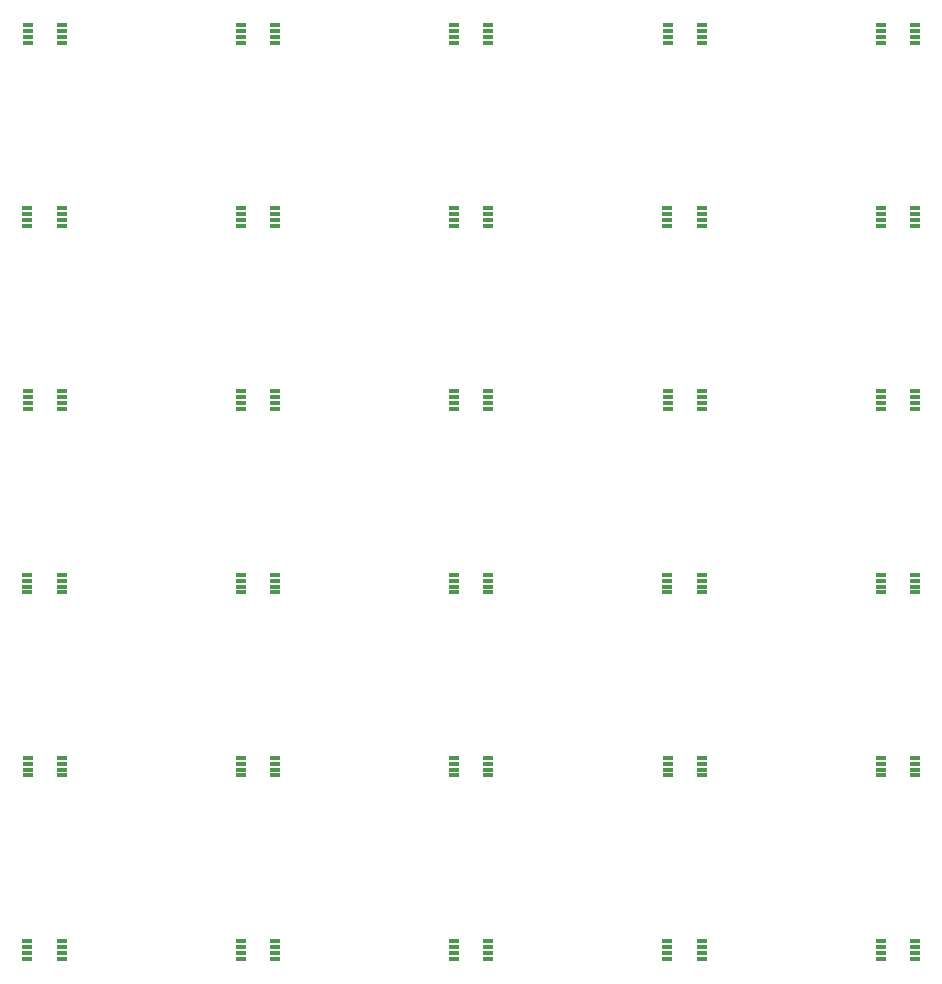
<source format=gtp>
G04 #@! TF.GenerationSoftware,KiCad,Pcbnew,(5.1.10-1-10_14)*
G04 #@! TF.CreationDate,2021-06-11T14:29:54-07:00*
G04 #@! TF.ProjectId,master4.2Vregulator,6d617374-6572-4342-9e32-56726567756c,rev?*
G04 #@! TF.SameCoordinates,Original*
G04 #@! TF.FileFunction,Paste,Top*
G04 #@! TF.FilePolarity,Positive*
%FSLAX46Y46*%
G04 Gerber Fmt 4.6, Leading zero omitted, Abs format (unit mm)*
G04 Created by KiCad (PCBNEW (5.1.10-1-10_14)) date 2021-06-11 14:29:54*
%MOMM*%
%LPD*%
G01*
G04 APERTURE LIST*
%ADD10R,0.850000X0.300000*%
G04 APERTURE END LIST*
D10*
X184710000Y-137790000D03*
X184710000Y-138290000D03*
X184710000Y-138790000D03*
X184710000Y-139290000D03*
X187610000Y-139290000D03*
X187610000Y-138790000D03*
X187610000Y-138290000D03*
X187610000Y-137790000D03*
X166650000Y-137790000D03*
X166650000Y-138290000D03*
X166650000Y-138790000D03*
X166650000Y-139290000D03*
X169550000Y-139290000D03*
X169550000Y-138790000D03*
X169550000Y-138290000D03*
X169550000Y-137790000D03*
X148590000Y-137790000D03*
X148590000Y-138290000D03*
X148590000Y-138790000D03*
X148590000Y-139290000D03*
X151490000Y-139290000D03*
X151490000Y-138790000D03*
X151490000Y-138290000D03*
X151490000Y-137790000D03*
X130530000Y-137790000D03*
X130530000Y-138290000D03*
X130530000Y-138790000D03*
X130530000Y-139290000D03*
X133430000Y-139290000D03*
X133430000Y-138790000D03*
X133430000Y-138290000D03*
X133430000Y-137790000D03*
X112470000Y-137790000D03*
X112470000Y-138290000D03*
X112470000Y-138790000D03*
X112470000Y-139290000D03*
X115370000Y-139290000D03*
X115370000Y-138790000D03*
X115370000Y-138290000D03*
X115370000Y-137790000D03*
X184710000Y-106770000D03*
X184710000Y-107270000D03*
X184710000Y-107770000D03*
X184710000Y-108270000D03*
X187610000Y-108270000D03*
X187610000Y-107770000D03*
X187610000Y-107270000D03*
X187610000Y-106770000D03*
X166650000Y-106770000D03*
X166650000Y-107270000D03*
X166650000Y-107770000D03*
X166650000Y-108270000D03*
X169550000Y-108270000D03*
X169550000Y-107770000D03*
X169550000Y-107270000D03*
X169550000Y-106770000D03*
X148590000Y-106770000D03*
X148590000Y-107270000D03*
X148590000Y-107770000D03*
X148590000Y-108270000D03*
X151490000Y-108270000D03*
X151490000Y-107770000D03*
X151490000Y-107270000D03*
X151490000Y-106770000D03*
X130530000Y-106770000D03*
X130530000Y-107270000D03*
X130530000Y-107770000D03*
X130530000Y-108270000D03*
X133430000Y-108270000D03*
X133430000Y-107770000D03*
X133430000Y-107270000D03*
X133430000Y-106770000D03*
X112470000Y-106770000D03*
X112470000Y-107270000D03*
X112470000Y-107770000D03*
X112470000Y-108270000D03*
X115370000Y-108270000D03*
X115370000Y-107770000D03*
X115370000Y-107270000D03*
X115370000Y-106770000D03*
X184710000Y-75750000D03*
X184710000Y-76250000D03*
X184710000Y-76750000D03*
X184710000Y-77250000D03*
X187610000Y-77250000D03*
X187610000Y-76750000D03*
X187610000Y-76250000D03*
X187610000Y-75750000D03*
X166650000Y-75750000D03*
X166650000Y-76250000D03*
X166650000Y-76750000D03*
X166650000Y-77250000D03*
X169550000Y-77250000D03*
X169550000Y-76750000D03*
X169550000Y-76250000D03*
X169550000Y-75750000D03*
X148590000Y-75750000D03*
X148590000Y-76250000D03*
X148590000Y-76750000D03*
X148590000Y-77250000D03*
X151490000Y-77250000D03*
X151490000Y-76750000D03*
X151490000Y-76250000D03*
X151490000Y-75750000D03*
X130530000Y-75750000D03*
X130530000Y-76250000D03*
X130530000Y-76750000D03*
X130530000Y-77250000D03*
X133430000Y-77250000D03*
X133430000Y-76750000D03*
X133430000Y-76250000D03*
X133430000Y-75750000D03*
X187620000Y-122270000D03*
X187620000Y-122770000D03*
X187620000Y-123270000D03*
X187620000Y-123770000D03*
X184720000Y-123770000D03*
X184720000Y-123270000D03*
X184720000Y-122770000D03*
X184720000Y-122270000D03*
X169560000Y-122270000D03*
X169560000Y-122770000D03*
X169560000Y-123270000D03*
X169560000Y-123770000D03*
X166660000Y-123770000D03*
X166660000Y-123270000D03*
X166660000Y-122770000D03*
X166660000Y-122270000D03*
X151500000Y-122270000D03*
X151500000Y-122770000D03*
X151500000Y-123270000D03*
X151500000Y-123770000D03*
X148600000Y-123770000D03*
X148600000Y-123270000D03*
X148600000Y-122770000D03*
X148600000Y-122270000D03*
X133440000Y-122270000D03*
X133440000Y-122770000D03*
X133440000Y-123270000D03*
X133440000Y-123770000D03*
X130540000Y-123770000D03*
X130540000Y-123270000D03*
X130540000Y-122770000D03*
X130540000Y-122270000D03*
X115380000Y-122270000D03*
X115380000Y-122770000D03*
X115380000Y-123270000D03*
X115380000Y-123770000D03*
X112480000Y-123770000D03*
X112480000Y-123270000D03*
X112480000Y-122770000D03*
X112480000Y-122270000D03*
X187620000Y-91250000D03*
X187620000Y-91750000D03*
X187620000Y-92250000D03*
X187620000Y-92750000D03*
X184720000Y-92750000D03*
X184720000Y-92250000D03*
X184720000Y-91750000D03*
X184720000Y-91250000D03*
X169560000Y-91250000D03*
X169560000Y-91750000D03*
X169560000Y-92250000D03*
X169560000Y-92750000D03*
X166660000Y-92750000D03*
X166660000Y-92250000D03*
X166660000Y-91750000D03*
X166660000Y-91250000D03*
X151500000Y-91250000D03*
X151500000Y-91750000D03*
X151500000Y-92250000D03*
X151500000Y-92750000D03*
X148600000Y-92750000D03*
X148600000Y-92250000D03*
X148600000Y-91750000D03*
X148600000Y-91250000D03*
X133440000Y-91250000D03*
X133440000Y-91750000D03*
X133440000Y-92250000D03*
X133440000Y-92750000D03*
X130540000Y-92750000D03*
X130540000Y-92250000D03*
X130540000Y-91750000D03*
X130540000Y-91250000D03*
X115380000Y-91250000D03*
X115380000Y-91750000D03*
X115380000Y-92250000D03*
X115380000Y-92750000D03*
X112480000Y-92750000D03*
X112480000Y-92250000D03*
X112480000Y-91750000D03*
X112480000Y-91250000D03*
X187620000Y-60230000D03*
X187620000Y-60730000D03*
X187620000Y-61230000D03*
X187620000Y-61730000D03*
X184720000Y-61730000D03*
X184720000Y-61230000D03*
X184720000Y-60730000D03*
X184720000Y-60230000D03*
X169560000Y-60230000D03*
X169560000Y-60730000D03*
X169560000Y-61230000D03*
X169560000Y-61730000D03*
X166660000Y-61730000D03*
X166660000Y-61230000D03*
X166660000Y-60730000D03*
X166660000Y-60230000D03*
X151500000Y-60230000D03*
X151500000Y-60730000D03*
X151500000Y-61230000D03*
X151500000Y-61730000D03*
X148600000Y-61730000D03*
X148600000Y-61230000D03*
X148600000Y-60730000D03*
X148600000Y-60230000D03*
X133440000Y-60230000D03*
X133440000Y-60730000D03*
X133440000Y-61230000D03*
X133440000Y-61730000D03*
X130540000Y-61730000D03*
X130540000Y-61230000D03*
X130540000Y-60730000D03*
X130540000Y-60230000D03*
X112480000Y-60230000D03*
X112480000Y-60730000D03*
X112480000Y-61230000D03*
X112480000Y-61730000D03*
X115380000Y-61730000D03*
X115380000Y-61230000D03*
X115380000Y-60730000D03*
X115380000Y-60230000D03*
X115370000Y-75750000D03*
X115370000Y-76250000D03*
X115370000Y-76750000D03*
X115370000Y-77250000D03*
X112470000Y-77250000D03*
X112470000Y-76750000D03*
X112470000Y-76250000D03*
X112470000Y-75750000D03*
M02*

</source>
